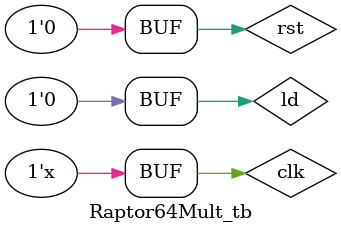
<source format=v>
module Raptor64Mult(rst, clk, ld, sgn, isMuli, a, b, imm, o, done);
parameter SGNADJO=3'd2;
parameter MULT=3'd3;
parameter IDLE=3'd4;
parameter DONE=3'd5;
input clk;
input rst;
input ld;
input sgn;
input isMuli;
input [63:0] a;
input [63:0] b;
input [63:0] imm;
output [127:0] o;
reg [127:0] o;
output done;

reg [63:0] aa,bb;
reg so;
reg [2:0] state;
reg [7:0] cnt;
wire cnt_done = cnt==8'd0;
assign done = state==DONE;
reg ce1;
reg [127:0] prod;
//wire [64:0] p1 = aa[0] ? prod[127:64] + b : prod[127:64];
//wire [65:0] p2 = aa[1] ? p1 + {b,1'b0} : p1;
wire [79:0] p1 = bb * aa[15:0] + prod[127:64];

always @(posedge clk)
if (rst) begin
	aa <= 64'd0;
	bb <= 64'd0;
	prod <= 128'd0;
	o <= 128'd0;
	state <= IDLE;
end
else
begin
if (!cnt_done)
	cnt <= cnt - 8'd1;

case(state)
IDLE:
	if (ld) begin
		if (sgn) begin
			aa <= a[63] ? -a : a;
			bb <= isMuli ? (imm[63] ? -imm : imm) :(b[63] ? -b : b);
			so <= isMuli ? a[63] ^ imm[63] : a[63] ^ b[63];
		end
		else begin
			aa <= a;
			bb <= isMuli ? imm : b;
			so <= 1'b0;
		end
		prod <= 128'd0;
		cnt <= 8'd4;
		state <= MULT;
	end
MULT:
	if (!cnt_done) begin
		aa <= {16'b0,aa[63:16]};
		prod <= {16'b0,prod[127:16]};
		prod[127:48] <= p1;
	end
	else begin
		if (sgn) begin
			if (so)
				o <= -prod;
			else
				o <= prod;
		end
		else
			o <= prod;
		state <= DONE;
	end
DONE:
	state <= IDLE;
endcase
end

endmodule

module Raptor64Mult_tb();

reg rst;
reg clk;
reg ld;
wire [127:0] o;

initial begin
	clk = 1;
	rst = 0;
	#100 rst = 1;
	#100 rst = 0;
	#100 ld = 1;
	#150 ld = 0;
end

always #10 clk = ~clk;	//  50 MHz


Raptor64Mult u1
(
	.rst(rst),
	.clk(clk),
	.ld(ld),
	.sgn(1'b1),
	.isMuli(1'b0),
	.a(64'd10005),
	.b(64'd1117),
	.imm(64'd27),
	.o(o)
);

endmodule


</source>
